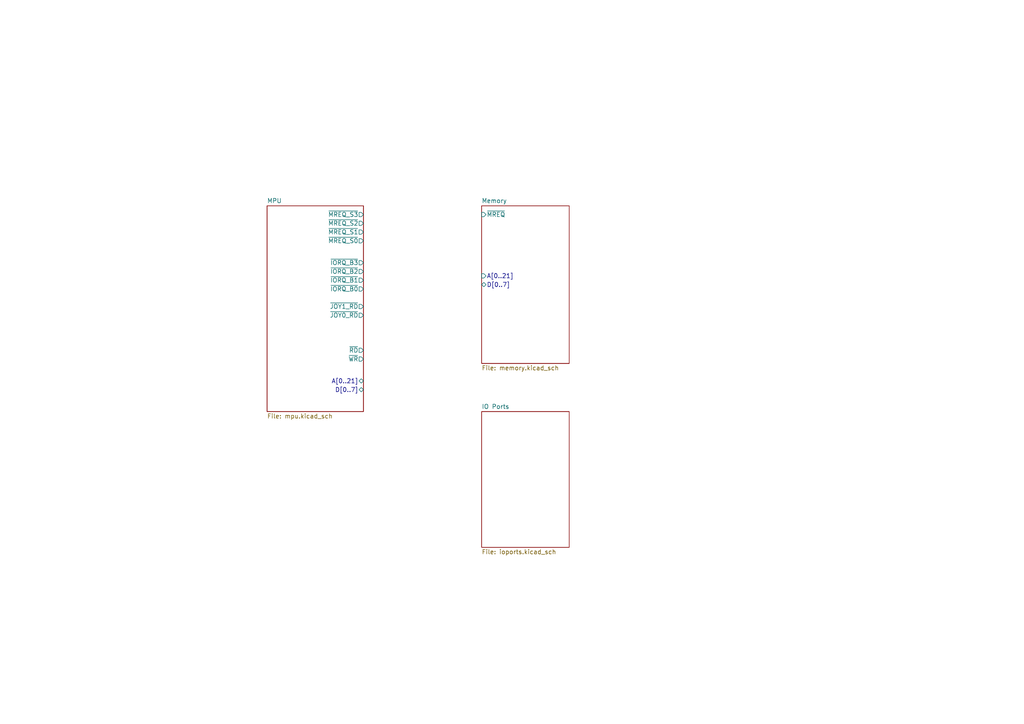
<source format=kicad_sch>
(kicad_sch (version 20230121) (generator eeschema)
  (paper "A4")
  (title_block (title "Z80 Computer") (date "2023-10-11"))
  (lib_symbols)
  (sheet (at 77.47 59.69) (size 27.94 59.69) (stroke (width 0.1524))
    (property "Sheetname" "MPU" (at 77.47 58.9784 0) (effects (justify left bottom)))
    (property "Sheetfile" "mpu.kicad_sch" (at 77.47 119.9646 0) (effects (justify left top)))
    (pin "~{MREQ_S0}" output (at 105.41 69.85 0))
    (pin "~{MREQ_S2}" output (at 105.41 64.77 0))
    (pin "~{MREQ_S1}" output (at 105.41 67.31 0))
    (pin "~{MREQ_S3}" output (at 105.41 62.23 0))
    (pin "D[0..7]" bidirectional (at 105.41 113.03 0))
    (pin "A[0..21]" bidirectional (at 105.41 110.49 0))
    (pin "~{WR}" output (at 105.41 104.14 0))
    (pin "~{RD}" output (at 105.41 101.6 0))
    (pin "~{IORQ_B0}" output (at 105.41 83.82 0))
    (pin "~{IORQ_B2}" output (at 105.41 78.74 0))
    (pin "~{IORQ_B1}" output (at 105.41 81.28 0))
    (pin "~{IORQ_B3}" output (at 105.41 76.2 0))
    (pin "~{JOY1_RD}" output (at 105.41 88.9 0))
    (pin "~{JOY0_RD}" output (at 105.41 91.44 0))
  )
  (sheet (at 139.7 59.69) (size 25.4 45.72) (stroke (width 0.1524))
    (property "Sheetname" "Memory" (at 139.7 58.9784 0) (effects (justify left bottom)))
    (property "Sheetfile" "memory.kicad_sch" (at 139.7 105.9946 0) (effects (justify left top)))
    (pin "~{MREQ}" input (at 139.7 62.23 180))
    (pin "A[0..21]" input (at 139.7 80.01 180))
    (pin "D[0..7]" bidirectional (at 139.7 82.55 180))
  )
  (sheet (at 139.7 119.38) (size 25.4 39.37) (stroke (width 0.1524))
    (property "Sheetname" "IO Ports" (at 139.7 118.6684 0) (effects (justify left bottom)))
    (property "Sheetfile" "ioports.kicad_sch" (at 139.7 159.3346 0) (effects (justify left top)))
  )
)
</source>
